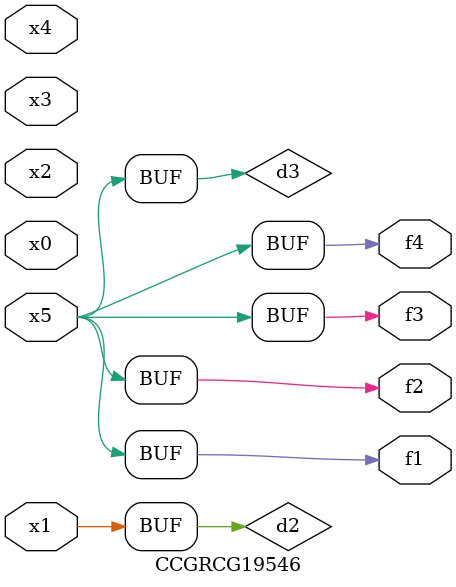
<source format=v>
module CCGRCG19546(
	input x0, x1, x2, x3, x4, x5,
	output f1, f2, f3, f4
);

	wire d1, d2, d3;

	not (d1, x5);
	or (d2, x1);
	xnor (d3, d1);
	assign f1 = d3;
	assign f2 = d3;
	assign f3 = d3;
	assign f4 = d3;
endmodule

</source>
